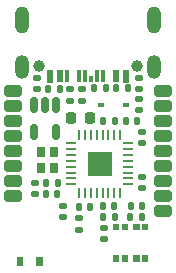
<source format=gbr>
%TF.GenerationSoftware,KiCad,Pcbnew,8.0.4-8.0.4-0~ubuntu24.04.1*%
%TF.CreationDate,2024-08-16T16:11:10+02:00*%
%TF.ProjectId,epi_ESP32 (2023_01_16 13_30_41 UTC),6570695f-4553-4503-9332-202832303233,1_1*%
%TF.SameCoordinates,Original*%
%TF.FileFunction,Soldermask,Top*%
%TF.FilePolarity,Negative*%
%FSLAX46Y46*%
G04 Gerber Fmt 4.6, Leading zero omitted, Abs format (unit mm)*
G04 Created by KiCad (PCBNEW 8.0.4-8.0.4-0~ubuntu24.04.1) date 2024-08-16 16:11:10*
%MOMM*%
%LPD*%
G01*
G04 APERTURE LIST*
G04 Aperture macros list*
%AMRoundRect*
0 Rectangle with rounded corners*
0 $1 Rounding radius*
0 $2 $3 $4 $5 $6 $7 $8 $9 X,Y pos of 4 corners*
0 Add a 4 corners polygon primitive as box body*
4,1,4,$2,$3,$4,$5,$6,$7,$8,$9,$2,$3,0*
0 Add four circle primitives for the rounded corners*
1,1,$1+$1,$2,$3*
1,1,$1+$1,$4,$5*
1,1,$1+$1,$6,$7*
1,1,$1+$1,$8,$9*
0 Add four rect primitives between the rounded corners*
20,1,$1+$1,$2,$3,$4,$5,0*
20,1,$1+$1,$4,$5,$6,$7,0*
20,1,$1+$1,$6,$7,$8,$9,0*
20,1,$1+$1,$8,$9,$2,$3,0*%
G04 Aperture macros list end*
%ADD10RoundRect,0.062500X0.062500X-0.375000X0.062500X0.375000X-0.062500X0.375000X-0.062500X-0.375000X0*%
%ADD11RoundRect,0.062500X0.375000X-0.062500X0.375000X0.062500X-0.375000X0.062500X-0.375000X-0.062500X0*%
%ADD12R,2.000000X2.000000*%
%ADD13RoundRect,0.140000X-0.170000X0.140000X-0.170000X-0.140000X0.170000X-0.140000X0.170000X0.140000X0*%
%ADD14C,1.000000*%
%ADD15RoundRect,0.250000X-0.500000X-0.250000X0.500000X-0.250000X0.500000X0.250000X-0.500000X0.250000X0*%
%ADD16RoundRect,0.135000X0.185000X-0.135000X0.185000X0.135000X-0.185000X0.135000X-0.185000X-0.135000X0*%
%ADD17RoundRect,0.135000X0.135000X0.185000X-0.135000X0.185000X-0.135000X-0.185000X0.135000X-0.185000X0*%
%ADD18R,0.800000X0.900000*%
%ADD19RoundRect,0.140000X0.140000X0.170000X-0.140000X0.170000X-0.140000X-0.170000X0.140000X-0.170000X0*%
%ADD20RoundRect,0.140000X0.170000X-0.140000X0.170000X0.140000X-0.170000X0.140000X-0.170000X-0.140000X0*%
%ADD21RoundRect,0.135000X-0.135000X-0.185000X0.135000X-0.185000X0.135000X0.185000X-0.135000X0.185000X0*%
%ADD22RoundRect,0.135000X-0.185000X0.135000X-0.185000X-0.135000X0.185000X-0.135000X0.185000X0.135000X0*%
%ADD23RoundRect,0.225000X0.225000X0.250000X-0.225000X0.250000X-0.225000X-0.250000X0.225000X-0.250000X0*%
%ADD24R,0.615500X1.000000*%
%ADD25R,0.307750X1.000000*%
%ADD26R,0.307750X0.500000*%
%ADD27R,0.307750X1.000860*%
%ADD28R,0.607750X0.300000*%
%ADD29O,1.200000X2.000000*%
%ADD30O,1.200000X2.300000*%
%ADD31RoundRect,0.147500X0.147500X0.172500X-0.147500X0.172500X-0.147500X-0.172500X0.147500X-0.172500X0*%
%ADD32RoundRect,0.147500X-0.172500X0.147500X-0.172500X-0.147500X0.172500X-0.147500X0.172500X0.147500X0*%
%ADD33RoundRect,0.150000X-0.150000X0.512500X-0.150000X-0.512500X0.150000X-0.512500X0.150000X0.512500X0*%
%ADD34R,0.600000X0.450000*%
G04 APERTURE END LIST*
%TO.C,SW2*%
G36*
X106900000Y-68400000D02*
G01*
X106350000Y-68400000D01*
X106350000Y-68950000D01*
X106900000Y-68950000D01*
X106900000Y-68400000D01*
G37*
G36*
X106900000Y-71050000D02*
G01*
X106350000Y-71050000D01*
X106350000Y-71600000D01*
X106900000Y-71600000D01*
X106900000Y-71050000D01*
G37*
G36*
X107650000Y-68400000D02*
G01*
X107100000Y-68400000D01*
X107100000Y-68950000D01*
X107650000Y-68950000D01*
X107650000Y-68400000D01*
G37*
G36*
X107650000Y-71050000D02*
G01*
X107100000Y-71050000D01*
X107100000Y-71600000D01*
X107650000Y-71600000D01*
X107650000Y-71050000D01*
G37*
%TO.C,SW1*%
G36*
X108600000Y-68400000D02*
G01*
X108050000Y-68400000D01*
X108050000Y-68950000D01*
X108600000Y-68950000D01*
X108600000Y-68400000D01*
G37*
G36*
X108600000Y-71050000D02*
G01*
X108050000Y-71050000D01*
X108050000Y-71600000D01*
X108600000Y-71600000D01*
X108600000Y-71050000D01*
G37*
G36*
X109350000Y-68400000D02*
G01*
X108800000Y-68400000D01*
X108800000Y-68950000D01*
X109350000Y-68950000D01*
X109350000Y-68400000D01*
G37*
G36*
X109350000Y-71050000D02*
G01*
X108800000Y-71050000D01*
X108800000Y-71600000D01*
X109350000Y-71600000D01*
X109350000Y-71050000D01*
G37*
%TO.C,AE1*%
G36*
X98770036Y-72000000D02*
G01*
X98220036Y-72000000D01*
X98220036Y-71200000D01*
X98770036Y-71200000D01*
X98770036Y-72000000D01*
G37*
G36*
X100420036Y-72000000D02*
G01*
X99870036Y-72000000D01*
X99870036Y-71200000D01*
X100420036Y-71200000D01*
X100420036Y-72000000D01*
G37*
%TD*%
D10*
%TO.C,U1*%
X103470036Y-65737500D03*
X103970036Y-65737500D03*
X104470036Y-65737500D03*
X104970036Y-65737500D03*
X105470036Y-65737500D03*
X105970036Y-65737500D03*
X106470036Y-65737500D03*
X106970036Y-65737500D03*
D11*
X107657536Y-65050000D03*
X107657536Y-64550000D03*
X107657536Y-64050000D03*
X107657536Y-63550000D03*
X107657536Y-63050000D03*
X107657536Y-62550000D03*
X107657536Y-62050000D03*
X107657536Y-61550000D03*
D10*
X106970036Y-60862500D03*
X106470036Y-60862500D03*
X105970036Y-60862500D03*
X105470036Y-60862500D03*
X104970036Y-60862500D03*
X104470036Y-60862500D03*
X103970036Y-60862500D03*
X103470036Y-60862500D03*
D11*
X102782536Y-61550000D03*
X102782536Y-62050000D03*
X102782536Y-62550000D03*
X102782536Y-63050000D03*
X102782536Y-63550000D03*
X102782536Y-64050000D03*
X102782536Y-64550000D03*
X102782536Y-65050000D03*
D12*
X105220036Y-63300000D03*
%TD*%
D13*
%TO.C,C13*%
X108850000Y-60620000D03*
X108850000Y-61580000D03*
%TD*%
D14*
%TO.C,DRILL1*%
X100080000Y-55000000D03*
%TD*%
D15*
%TO.C,J2*%
X110600000Y-57150000D03*
X110600000Y-58420000D03*
X110600000Y-59690000D03*
X110600000Y-60960000D03*
X110600000Y-62230000D03*
X110600000Y-63500000D03*
X110600000Y-64770000D03*
X110600000Y-66040000D03*
X110600000Y-67310000D03*
%TD*%
D16*
%TO.C,RV2*%
X102700000Y-58010000D03*
X102700000Y-56990000D03*
%TD*%
D17*
%TO.C,R5*%
X105780036Y-56900000D03*
X104760036Y-56900000D03*
%TD*%
D18*
%TO.C,Y1*%
X101400000Y-63700000D03*
X101400000Y-62300000D03*
X100300000Y-62300000D03*
X100300000Y-63700000D03*
%TD*%
D19*
%TO.C,C2*%
X108380000Y-59700000D03*
X107420000Y-59700000D03*
%TD*%
D20*
%TO.C,C7*%
X108850000Y-65380000D03*
X108850000Y-64420000D03*
%TD*%
D21*
%TO.C,R2*%
X100640000Y-64900000D03*
X101660000Y-64900000D03*
%TD*%
%TO.C,RV1*%
X106610036Y-56900000D03*
X107630036Y-56900000D03*
%TD*%
D19*
%TO.C,C4*%
X101605000Y-65900000D03*
X100645000Y-65900000D03*
%TD*%
D22*
%TO.C,L1*%
X103470036Y-67890000D03*
X103470036Y-68910000D03*
%TD*%
D20*
%TO.C,C1*%
X102100000Y-67830000D03*
X102100000Y-66870000D03*
%TD*%
D19*
%TO.C,C11*%
X108800036Y-66875000D03*
X107840036Y-66875000D03*
%TD*%
D23*
%TO.C,C10*%
X104375000Y-59400000D03*
X102825000Y-59400000D03*
%TD*%
D24*
%TO.C,J3*%
X107440000Y-55855000D03*
X101040000Y-55855000D03*
X106640000Y-55855000D03*
D25*
X105490923Y-55855000D03*
D26*
X104489970Y-56105000D03*
D27*
X103991169Y-55855430D03*
D24*
X101840000Y-55860000D03*
D25*
X102487811Y-55860000D03*
X103490692Y-55855860D03*
X104990447Y-55855000D03*
D28*
X107440000Y-56255000D03*
X101040000Y-56255000D03*
D29*
X109840000Y-55105000D03*
D30*
X109840000Y-51105000D03*
D29*
X98640000Y-55105000D03*
D30*
X98640000Y-51105000D03*
%TD*%
D17*
%TO.C,R4*%
X101830036Y-57000000D03*
X100810036Y-57000000D03*
%TD*%
D20*
%TO.C,C3*%
X99750000Y-65880000D03*
X99750000Y-64920000D03*
%TD*%
%TO.C,C8*%
X105600000Y-69680000D03*
X105600000Y-68720000D03*
%TD*%
D31*
%TO.C,FB2*%
X106485000Y-67800000D03*
X105515000Y-67800000D03*
%TD*%
D17*
%TO.C,R6*%
X108830036Y-67800000D03*
X107810036Y-67800000D03*
%TD*%
D19*
%TO.C,C6*%
X104430036Y-67000000D03*
X103470036Y-67000000D03*
%TD*%
D32*
%TO.C,F1*%
X108520036Y-57815000D03*
X108520036Y-58785000D03*
%TD*%
D33*
%TO.C,U2*%
X101550000Y-58362500D03*
X100600000Y-58362500D03*
X99650000Y-58362500D03*
X99650000Y-60637500D03*
X101550000Y-60637500D03*
%TD*%
D32*
%TO.C,FB1*%
X108520036Y-56003500D03*
X108520036Y-56973500D03*
%TD*%
D34*
%TO.C,D1*%
X105370036Y-58297500D03*
X107470036Y-58297500D03*
%TD*%
D16*
%TO.C,RV3*%
X103700000Y-58010000D03*
X103700000Y-56990000D03*
%TD*%
D19*
%TO.C,C5*%
X106480000Y-66875000D03*
X105520000Y-66875000D03*
%TD*%
D13*
%TO.C,C9*%
X99900000Y-56040000D03*
X99900000Y-57000000D03*
%TD*%
D19*
%TO.C,C12*%
X106500000Y-59700000D03*
X105540000Y-59700000D03*
%TD*%
D15*
%TO.C,J1*%
X97892518Y-57150000D03*
X97892518Y-58420000D03*
X97892518Y-59690000D03*
X97892518Y-60960000D03*
X97892518Y-62230000D03*
X97892518Y-63500000D03*
X97892518Y-64770000D03*
X97892518Y-66040000D03*
%TD*%
D14*
%TO.C,DRILL2*%
X108400000Y-55000000D03*
%TD*%
M02*

</source>
